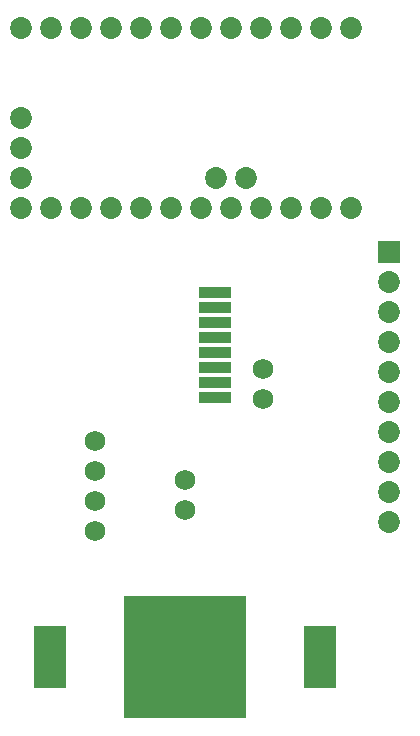
<source format=gts>
G04 Layer: TopSolderMaskLayer*
G04 EasyEDA v6.2.46, 2019-11-03T11:34:55+01:00*
G04 e10e46a80a834b6b97d20d57123ccb7d,d15f1e4770a0489585fd403fbbc54e69,10*
G04 Gerber Generator version 0.2*
G04 Scale: 100 percent, Rotated: No, Reflected: No *
G04 Dimensions in inches *
G04 leading zeros omitted , absolute positions ,2 integer and 4 decimal *
%FSLAX24Y24*%
%MOIN*%
G90*
G70D02*

%ADD28C,0.068000*%
%ADD30C,0.073000*%

%LPD*%
G36*
G01X1359Y3159D02*
G01X1359Y5240D01*
G01X2440Y5240D01*
G01X2440Y3159D01*
G01X1359Y3159D01*
G37*
G36*
G01X10360Y3159D02*
G01X10360Y5240D01*
G01X11439Y5240D01*
G01X11439Y3159D01*
G01X10360Y3159D01*
G37*
G36*
G01X4359Y2159D02*
G01X4359Y6240D01*
G01X8440Y6240D01*
G01X8440Y2159D01*
G01X4359Y2159D01*
G37*
G36*
G01X6859Y12659D02*
G01X6859Y13040D01*
G01X7940Y13040D01*
G01X7940Y12659D01*
G01X6859Y12659D01*
G37*
G36*
G01X6859Y13159D02*
G01X6859Y13540D01*
G01X7940Y13540D01*
G01X7940Y13159D01*
G01X6859Y13159D01*
G37*
G36*
G01X6859Y13659D02*
G01X6859Y14040D01*
G01X7940Y14040D01*
G01X7940Y13659D01*
G01X6859Y13659D01*
G37*
G36*
G01X6859Y14159D02*
G01X6859Y14540D01*
G01X7940Y14540D01*
G01X7940Y14159D01*
G01X6859Y14159D01*
G37*
G36*
G01X6859Y14659D02*
G01X6859Y15040D01*
G01X7940Y15040D01*
G01X7940Y14659D01*
G01X6859Y14659D01*
G37*
G36*
G01X6859Y15159D02*
G01X6859Y15540D01*
G01X7940Y15540D01*
G01X7940Y15159D01*
G01X6859Y15159D01*
G37*
G36*
G01X6859Y15659D02*
G01X6859Y16040D01*
G01X7940Y16040D01*
G01X7940Y15659D01*
G01X6859Y15659D01*
G37*
G36*
G01X6859Y16159D02*
G01X6859Y16540D01*
G01X7940Y16540D01*
G01X7940Y16159D01*
G01X6859Y16159D01*
G37*
G54D28*
G01X9000Y12800D03*
G01X9000Y13800D03*
G01X6400Y9100D03*
G01X6400Y10100D03*
G01X3400Y8400D03*
G01X3400Y9400D03*
G01X3400Y10400D03*
G01X3400Y11400D03*
G36*
G01X12835Y17334D02*
G01X12835Y18065D01*
G01X13564Y18065D01*
G01X13564Y17334D01*
G01X12835Y17334D01*
G37*
G54D30*
G01X13200Y16700D03*
G01X13200Y15700D03*
G01X13200Y14700D03*
G01X13200Y13700D03*
G01X13200Y12700D03*
G01X13200Y11700D03*
G01X13200Y10700D03*
G01X13200Y9700D03*
G01X13200Y8700D03*
G01X11928Y25171D03*
G01X10928Y25171D03*
G01X9928Y25171D03*
G01X8928Y25171D03*
G01X7928Y25171D03*
G01X6928Y25171D03*
G01X5928Y25171D03*
G01X4928Y25171D03*
G01X3928Y25171D03*
G01X2928Y25171D03*
G01X1928Y25171D03*
G01X928Y25171D03*
G01X7428Y20171D03*
G01X8428Y20171D03*
G01X928Y19171D03*
G01X1928Y19171D03*
G01X2928Y19171D03*
G01X3928Y19171D03*
G01X4928Y19171D03*
G01X5928Y19171D03*
G01X6928Y19171D03*
G01X7928Y19171D03*
G01X8928Y19171D03*
G01X9928Y19171D03*
G01X10928Y19171D03*
G01X928Y20171D03*
G01X928Y21171D03*
G01X928Y22171D03*
G01X11928Y19171D03*
M00*
M02*

</source>
